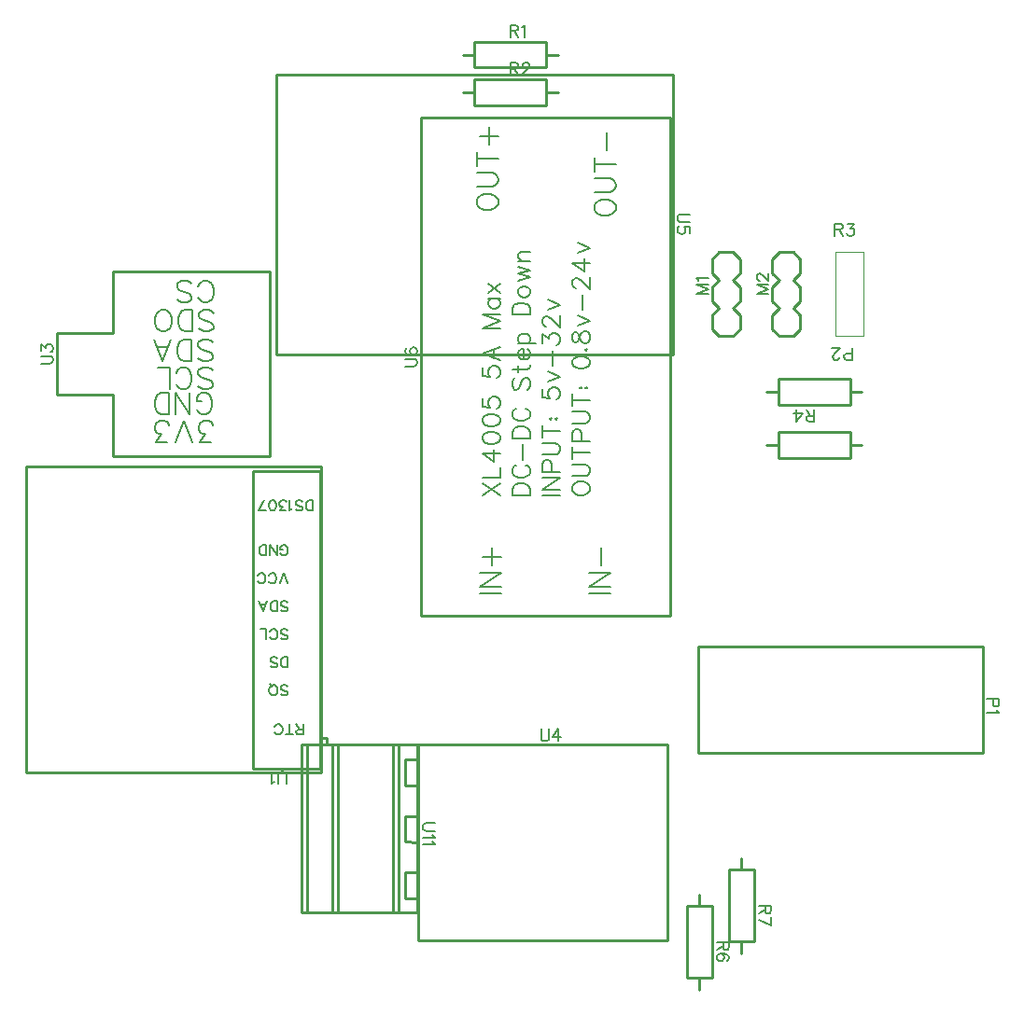
<source format=gto>
G04 Layer: TopSilkscreenLayer*
G04 EasyEDA v6.5.40, 2024-07-29 16:52:19*
G04 dde3050a7ee44abca438c5715634e7ed,10*
G04 Gerber Generator version 0.2*
G04 Scale: 100 percent, Rotated: No, Reflected: No *
G04 Dimensions in millimeters *
G04 leading zeros omitted , absolute positions ,4 integer and 5 decimal *
%FSLAX45Y45*%
%MOMM*%

%ADD10C,0.1524*%
%ADD11C,0.2032*%
%ADD12C,0.2540*%
%ADD13C,0.1200*%

%LPD*%
D10*
X1751584Y2120900D02*
G01*
X1860550Y2120900D01*
X1751584Y2120900D02*
G01*
X1860550Y2162555D01*
X1751584Y2203957D02*
G01*
X1860550Y2162555D01*
X1751584Y2203957D02*
G01*
X1860550Y2203957D01*
X1772412Y2238247D02*
G01*
X1767078Y2248662D01*
X1751584Y2264410D01*
X1860550Y2264410D01*
X2297684Y2120900D02*
G01*
X2406650Y2120900D01*
X2297684Y2120900D02*
G01*
X2406650Y2162555D01*
X2297684Y2203957D02*
G01*
X2406650Y2162555D01*
X2297684Y2203957D02*
G01*
X2406650Y2203957D01*
X2323591Y2243581D02*
G01*
X2318511Y2243581D01*
X2308097Y2248662D01*
X2302763Y2253995D01*
X2297684Y2264410D01*
X2297684Y2284984D01*
X2302763Y2295397D01*
X2308097Y2300731D01*
X2318511Y2305812D01*
X2328925Y2305812D01*
X2339340Y2300731D01*
X2354834Y2290318D01*
X2406650Y2238247D01*
X2406650Y2311145D01*
X4496815Y-1549400D02*
G01*
X4387850Y-1549400D01*
X4496815Y-1549400D02*
G01*
X4496815Y-1596136D01*
X4491736Y-1611629D01*
X4486402Y-1616963D01*
X4475988Y-1622044D01*
X4460493Y-1622044D01*
X4450079Y-1616963D01*
X4445000Y-1611629D01*
X4439665Y-1596136D01*
X4439665Y-1549400D01*
X4475988Y-1656334D02*
G01*
X4481322Y-1666747D01*
X4496815Y-1682495D01*
X4387850Y-1682495D01*
X3162300Y1522984D02*
G01*
X3162300Y1631950D01*
X3162300Y1522984D02*
G01*
X3115563Y1522984D01*
X3100070Y1528063D01*
X3094736Y1533397D01*
X3089656Y1543812D01*
X3089656Y1559305D01*
X3094736Y1569720D01*
X3100070Y1574800D01*
X3115563Y1580134D01*
X3162300Y1580134D01*
X3050031Y1548892D02*
G01*
X3050031Y1543812D01*
X3044952Y1533397D01*
X3039618Y1528063D01*
X3029204Y1522984D01*
X3008629Y1522984D01*
X2998215Y1528063D01*
X2992881Y1533397D01*
X2987802Y1543812D01*
X2987802Y1554226D01*
X2992881Y1564639D01*
X3003295Y1580134D01*
X3055365Y1631950D01*
X2982468Y1631950D01*
X63500Y4560315D02*
G01*
X63500Y4451350D01*
X63500Y4560315D02*
G01*
X110236Y4560315D01*
X125729Y4555236D01*
X131063Y4549902D01*
X136144Y4539487D01*
X136144Y4529073D01*
X131063Y4518660D01*
X125729Y4513579D01*
X110236Y4508500D01*
X63500Y4508500D01*
X99821Y4508500D02*
G01*
X136144Y4451350D01*
X170434Y4539487D02*
G01*
X180847Y4544821D01*
X196595Y4560315D01*
X196595Y4451350D01*
X63500Y4217415D02*
G01*
X63500Y4108450D01*
X63500Y4217415D02*
G01*
X110236Y4217415D01*
X125729Y4212336D01*
X131063Y4207002D01*
X136144Y4196587D01*
X136144Y4186173D01*
X131063Y4175760D01*
X125729Y4170679D01*
X110236Y4165600D01*
X63500Y4165600D01*
X99821Y4165600D02*
G01*
X136144Y4108450D01*
X175768Y4191507D02*
G01*
X175768Y4196587D01*
X180847Y4207002D01*
X186181Y4212336D01*
X196595Y4217415D01*
X217170Y4217415D01*
X227584Y4212336D01*
X232918Y4207002D01*
X237997Y4196587D01*
X237997Y4186173D01*
X232918Y4175760D01*
X222504Y4160265D01*
X170434Y4108450D01*
X243331Y4108450D01*
X3006725Y2757931D02*
G01*
X3006725Y2648965D01*
X3006725Y2757931D02*
G01*
X3053461Y2757931D01*
X3068954Y2752852D01*
X3074288Y2747518D01*
X3079368Y2737104D01*
X3079368Y2726689D01*
X3074288Y2716276D01*
X3068954Y2711195D01*
X3053461Y2706115D01*
X3006725Y2706115D01*
X3043047Y2706115D02*
G01*
X3079368Y2648965D01*
X3124072Y2757931D02*
G01*
X3181222Y2757931D01*
X3150234Y2716276D01*
X3165729Y2716276D01*
X3176143Y2711195D01*
X3181222Y2706115D01*
X3186556Y2690368D01*
X3186556Y2679954D01*
X3181222Y2664460D01*
X3170809Y2654045D01*
X3155315Y2648965D01*
X3139820Y2648965D01*
X3124072Y2654045D01*
X3118993Y2659126D01*
X3113659Y2669539D01*
X2819400Y964184D02*
G01*
X2819400Y1073150D01*
X2819400Y964184D02*
G01*
X2772663Y964184D01*
X2757170Y969263D01*
X2751836Y974597D01*
X2746756Y985012D01*
X2746756Y995426D01*
X2751836Y1005839D01*
X2757170Y1010920D01*
X2772663Y1016000D01*
X2819400Y1016000D01*
X2783077Y1016000D02*
G01*
X2746756Y1073150D01*
X2660395Y964184D02*
G01*
X2712465Y1036828D01*
X2634488Y1036828D01*
X2660395Y964184D02*
G01*
X2660395Y1073150D01*
X2045715Y-3759200D02*
G01*
X1936750Y-3759200D01*
X2045715Y-3759200D02*
G01*
X2045715Y-3805936D01*
X2040636Y-3821429D01*
X2035302Y-3826763D01*
X2024888Y-3831844D01*
X2014474Y-3831844D01*
X2004059Y-3826763D01*
X1998979Y-3821429D01*
X1993900Y-3805936D01*
X1993900Y-3759200D01*
X1993900Y-3795521D02*
G01*
X1936750Y-3831844D01*
X2030222Y-3928618D02*
G01*
X2040636Y-3923284D01*
X2045715Y-3907789D01*
X2045715Y-3897376D01*
X2040636Y-3881881D01*
X2024888Y-3871468D01*
X1998979Y-3866134D01*
X1973072Y-3866134D01*
X1952243Y-3871468D01*
X1941829Y-3881881D01*
X1936750Y-3897376D01*
X1936750Y-3902710D01*
X1941829Y-3918204D01*
X1952243Y-3928618D01*
X1967738Y-3933697D01*
X1973072Y-3933697D01*
X1988565Y-3928618D01*
X1998979Y-3918204D01*
X2004059Y-3902710D01*
X2004059Y-3897376D01*
X1998979Y-3881881D01*
X1988565Y-3871468D01*
X1973072Y-3866134D01*
X2426715Y-3429000D02*
G01*
X2317750Y-3429000D01*
X2426715Y-3429000D02*
G01*
X2426715Y-3475736D01*
X2421636Y-3491229D01*
X2416302Y-3496563D01*
X2405888Y-3501644D01*
X2395474Y-3501644D01*
X2385059Y-3496563D01*
X2379979Y-3491229D01*
X2374900Y-3475736D01*
X2374900Y-3429000D01*
X2374900Y-3465321D02*
G01*
X2317750Y-3501644D01*
X2426715Y-3608831D02*
G01*
X2317750Y-3556762D01*
X2426715Y-3535934D02*
G01*
X2426715Y-3608831D01*
X-1968500Y-2325115D02*
G01*
X-1968500Y-2247137D01*
X-1973579Y-2231644D01*
X-1983994Y-2221229D01*
X-1999742Y-2216150D01*
X-2010155Y-2216150D01*
X-2025650Y-2221229D01*
X-2036063Y-2231644D01*
X-2041144Y-2247137D01*
X-2041144Y-2325115D01*
X-2075434Y-2304287D02*
G01*
X-2085847Y-2309621D01*
X-2101595Y-2325115D01*
X-2101595Y-2216150D01*
D11*
X-1816100Y-1878837D02*
G01*
X-1816100Y-1783334D01*
X-1816100Y-1878837D02*
G01*
X-1856994Y-1878837D01*
X-1870710Y-1874265D01*
X-1875281Y-1869694D01*
X-1879854Y-1860804D01*
X-1879854Y-1851660D01*
X-1875281Y-1842515D01*
X-1870710Y-1837944D01*
X-1856994Y-1833371D01*
X-1816100Y-1833371D01*
X-1847850Y-1833371D02*
G01*
X-1879854Y-1783334D01*
X-1941576Y-1878837D02*
G01*
X-1941576Y-1783334D01*
X-1909826Y-1878837D02*
G01*
X-1973326Y-1878837D01*
X-2071623Y-1856231D02*
G01*
X-2067052Y-1865376D01*
X-2057907Y-1874265D01*
X-2048763Y-1878837D01*
X-2030729Y-1878837D01*
X-2021586Y-1874265D01*
X-2012442Y-1865376D01*
X-2007870Y-1856231D01*
X-2003297Y-1842515D01*
X-2003297Y-1819910D01*
X-2007870Y-1806194D01*
X-2012442Y-1797050D01*
X-2021586Y-1787905D01*
X-2030729Y-1783334D01*
X-2048763Y-1783334D01*
X-2057907Y-1787905D01*
X-2067052Y-1797050D01*
X-2071623Y-1806194D01*
X-1727200Y153162D02*
G01*
X-1727200Y248665D01*
X-1727200Y153162D02*
G01*
X-1758950Y153162D01*
X-1772665Y157734D01*
X-1781810Y166623D01*
X-1786381Y175768D01*
X-1790954Y189484D01*
X-1790954Y212089D01*
X-1786381Y225805D01*
X-1781810Y234950D01*
X-1772665Y244094D01*
X-1758950Y248665D01*
X-1727200Y248665D01*
X-1884426Y166623D02*
G01*
X-1875281Y157734D01*
X-1861820Y153162D01*
X-1843531Y153162D01*
X-1829815Y157734D01*
X-1820926Y166623D01*
X-1820926Y175768D01*
X-1825497Y184912D01*
X-1829815Y189484D01*
X-1838960Y194055D01*
X-1866392Y203200D01*
X-1875281Y207518D01*
X-1879854Y212089D01*
X-1884426Y221234D01*
X-1884426Y234950D01*
X-1875281Y244094D01*
X-1861820Y248665D01*
X-1843531Y248665D01*
X-1829815Y244094D01*
X-1820926Y234950D01*
X-1914397Y171195D02*
G01*
X-1923542Y166623D01*
X-1937257Y153162D01*
X-1937257Y248665D01*
X-1976373Y153162D02*
G01*
X-2026412Y153162D01*
X-1998979Y189484D01*
X-2012695Y189484D01*
X-2021839Y194055D01*
X-2026412Y198628D01*
X-2030729Y212089D01*
X-2030729Y221234D01*
X-2026412Y234950D01*
X-2017268Y244094D01*
X-2003552Y248665D01*
X-1989836Y248665D01*
X-1976373Y244094D01*
X-1971802Y239521D01*
X-1967229Y230378D01*
X-2088134Y153162D02*
G01*
X-2074418Y157734D01*
X-2065273Y171195D01*
X-2060955Y194055D01*
X-2060955Y207518D01*
X-2065273Y230378D01*
X-2074418Y244094D01*
X-2088134Y248665D01*
X-2097278Y248665D01*
X-2110739Y244094D01*
X-2119884Y230378D01*
X-2124455Y207518D01*
X-2124455Y194055D01*
X-2119884Y171195D01*
X-2110739Y157734D01*
X-2097278Y153162D01*
X-2088134Y153162D01*
X-2218181Y153162D02*
G01*
X-2172715Y248665D01*
X-2154428Y153162D02*
G01*
X-2218181Y153162D01*
X-2023871Y-230631D02*
G01*
X-2019554Y-239776D01*
X-2010410Y-248665D01*
X-2001265Y-253237D01*
X-1982978Y-253237D01*
X-1974087Y-248665D01*
X-1964944Y-239776D01*
X-1960371Y-230631D01*
X-1955800Y-216915D01*
X-1955800Y-194310D01*
X-1960371Y-180594D01*
X-1964944Y-171450D01*
X-1974087Y-162305D01*
X-1982978Y-157734D01*
X-2001265Y-157734D01*
X-2010410Y-162305D01*
X-2019554Y-171450D01*
X-2023871Y-180594D01*
X-2023871Y-194310D01*
X-2001265Y-194310D02*
G01*
X-2023871Y-194310D01*
X-2054097Y-253237D02*
G01*
X-2054097Y-157734D01*
X-2054097Y-253237D02*
G01*
X-2117597Y-157734D01*
X-2117597Y-253237D02*
G01*
X-2117597Y-157734D01*
X-2147570Y-253237D02*
G01*
X-2147570Y-157734D01*
X-2147570Y-253237D02*
G01*
X-2179320Y-253237D01*
X-2193036Y-248665D01*
X-2202179Y-239776D01*
X-2206752Y-230631D01*
X-2211323Y-216915D01*
X-2211323Y-194310D01*
X-2206752Y-180594D01*
X-2202179Y-171450D01*
X-2193036Y-162305D01*
X-2179320Y-157734D01*
X-2147570Y-157734D01*
X-1955800Y-507237D02*
G01*
X-1992121Y-411734D01*
X-2028444Y-507237D02*
G01*
X-1992121Y-411734D01*
X-2126742Y-484631D02*
G01*
X-2122170Y-493776D01*
X-2113026Y-502665D01*
X-2103881Y-507237D01*
X-2085847Y-507237D01*
X-2076704Y-502665D01*
X-2067560Y-493776D01*
X-2062987Y-484631D01*
X-2058415Y-470915D01*
X-2058415Y-448310D01*
X-2062987Y-434594D01*
X-2067560Y-425450D01*
X-2076704Y-416305D01*
X-2085847Y-411734D01*
X-2103881Y-411734D01*
X-2113026Y-416305D01*
X-2122170Y-425450D01*
X-2126742Y-434594D01*
X-2224786Y-484631D02*
G01*
X-2220468Y-493776D01*
X-2211323Y-502665D01*
X-2202179Y-507237D01*
X-2183892Y-507237D01*
X-2175002Y-502665D01*
X-2165857Y-493776D01*
X-2161286Y-484631D01*
X-2156713Y-470915D01*
X-2156713Y-448310D01*
X-2161286Y-434594D01*
X-2165857Y-425450D01*
X-2175002Y-416305D01*
X-2183892Y-411734D01*
X-2202179Y-411734D01*
X-2211323Y-416305D01*
X-2220468Y-425450D01*
X-2224786Y-434594D01*
X-2019554Y-747776D02*
G01*
X-2010410Y-756665D01*
X-1996694Y-761237D01*
X-1978405Y-761237D01*
X-1964944Y-756665D01*
X-1955800Y-747776D01*
X-1955800Y-738631D01*
X-1960371Y-729487D01*
X-1964944Y-724915D01*
X-1974087Y-720344D01*
X-2001265Y-711200D01*
X-2010410Y-706881D01*
X-2014981Y-702310D01*
X-2019554Y-693165D01*
X-2019554Y-679450D01*
X-2010410Y-670305D01*
X-1996694Y-665734D01*
X-1978405Y-665734D01*
X-1964944Y-670305D01*
X-1955800Y-679450D01*
X-2049526Y-761237D02*
G01*
X-2049526Y-665734D01*
X-2049526Y-761237D02*
G01*
X-2081276Y-761237D01*
X-2094992Y-756665D01*
X-2103881Y-747776D01*
X-2108454Y-738631D01*
X-2113026Y-724915D01*
X-2113026Y-702310D01*
X-2108454Y-688594D01*
X-2103881Y-679450D01*
X-2094992Y-670305D01*
X-2081276Y-665734D01*
X-2049526Y-665734D01*
X-2179320Y-761237D02*
G01*
X-2142997Y-665734D01*
X-2179320Y-761237D02*
G01*
X-2215895Y-665734D01*
X-2156713Y-697737D02*
G01*
X-2202179Y-697737D01*
X-2019554Y-1001776D02*
G01*
X-2010410Y-1010665D01*
X-1996694Y-1015237D01*
X-1978405Y-1015237D01*
X-1964944Y-1010665D01*
X-1955800Y-1001776D01*
X-1955800Y-992631D01*
X-1960371Y-983487D01*
X-1964944Y-978915D01*
X-1974087Y-974344D01*
X-2001265Y-965200D01*
X-2010410Y-960881D01*
X-2014981Y-956310D01*
X-2019554Y-947165D01*
X-2019554Y-933450D01*
X-2010410Y-924305D01*
X-1996694Y-919734D01*
X-1978405Y-919734D01*
X-1964944Y-924305D01*
X-1955800Y-933450D01*
X-2117597Y-992631D02*
G01*
X-2113026Y-1001776D01*
X-2103881Y-1010665D01*
X-2094992Y-1015237D01*
X-2076704Y-1015237D01*
X-2067560Y-1010665D01*
X-2058415Y-1001776D01*
X-2054097Y-992631D01*
X-2049526Y-978915D01*
X-2049526Y-956310D01*
X-2054097Y-942594D01*
X-2058415Y-933450D01*
X-2067560Y-924305D01*
X-2076704Y-919734D01*
X-2094992Y-919734D01*
X-2103881Y-924305D01*
X-2113026Y-933450D01*
X-2117597Y-942594D01*
X-2147570Y-1015237D02*
G01*
X-2147570Y-919734D01*
X-2147570Y-919734D02*
G01*
X-2202179Y-919734D01*
X-1955800Y-1269237D02*
G01*
X-1955800Y-1173734D01*
X-1955800Y-1269237D02*
G01*
X-1987550Y-1269237D01*
X-2001265Y-1264665D01*
X-2010410Y-1255776D01*
X-2014981Y-1246631D01*
X-2019554Y-1232915D01*
X-2019554Y-1210310D01*
X-2014981Y-1196594D01*
X-2010410Y-1187450D01*
X-2001265Y-1178305D01*
X-1987550Y-1173734D01*
X-1955800Y-1173734D01*
X-2113026Y-1255776D02*
G01*
X-2103881Y-1264665D01*
X-2090420Y-1269237D01*
X-2072131Y-1269237D01*
X-2058415Y-1264665D01*
X-2049526Y-1255776D01*
X-2049526Y-1246631D01*
X-2054097Y-1237487D01*
X-2058415Y-1232915D01*
X-2067560Y-1228344D01*
X-2094992Y-1219200D01*
X-2103881Y-1214881D01*
X-2108454Y-1210310D01*
X-2113026Y-1201165D01*
X-2113026Y-1187450D01*
X-2103881Y-1178305D01*
X-2090420Y-1173734D01*
X-2072131Y-1173734D01*
X-2058415Y-1178305D01*
X-2049526Y-1187450D01*
X-2019554Y-1509776D02*
G01*
X-2010410Y-1518665D01*
X-1996694Y-1523237D01*
X-1978405Y-1523237D01*
X-1964944Y-1518665D01*
X-1955800Y-1509776D01*
X-1955800Y-1500631D01*
X-1960371Y-1491487D01*
X-1964944Y-1486915D01*
X-1974087Y-1482344D01*
X-2001265Y-1473200D01*
X-2010410Y-1468881D01*
X-2014981Y-1464310D01*
X-2019554Y-1455165D01*
X-2019554Y-1441450D01*
X-2010410Y-1432305D01*
X-1996694Y-1427734D01*
X-1978405Y-1427734D01*
X-1964944Y-1432305D01*
X-1955800Y-1441450D01*
X-2076704Y-1523237D02*
G01*
X-2067560Y-1518665D01*
X-2058415Y-1509776D01*
X-2054097Y-1500631D01*
X-2049526Y-1486915D01*
X-2049526Y-1464310D01*
X-2054097Y-1450594D01*
X-2058415Y-1441450D01*
X-2067560Y-1432305D01*
X-2076704Y-1427734D01*
X-2094992Y-1427734D01*
X-2103881Y-1432305D01*
X-2113026Y-1441450D01*
X-2117597Y-1450594D01*
X-2122170Y-1464310D01*
X-2122170Y-1486915D01*
X-2117597Y-1500631D01*
X-2113026Y-1509776D01*
X-2103881Y-1518665D01*
X-2094992Y-1523237D01*
X-2076704Y-1523237D01*
X-2090420Y-1446021D02*
G01*
X-2117597Y-1418844D01*
D10*
X-4192015Y1485900D02*
G01*
X-4114037Y1485900D01*
X-4098544Y1490979D01*
X-4088129Y1501394D01*
X-4083050Y1517142D01*
X-4083050Y1527555D01*
X-4088129Y1543050D01*
X-4098544Y1553463D01*
X-4114037Y1558544D01*
X-4192015Y1558544D01*
X-4192015Y1603247D02*
G01*
X-4192015Y1660397D01*
X-4150360Y1629410D01*
X-4150360Y1644904D01*
X-4145279Y1655318D01*
X-4140200Y1660397D01*
X-4124452Y1665731D01*
X-4114037Y1665731D01*
X-4098544Y1660397D01*
X-4088129Y1649984D01*
X-4083050Y1634489D01*
X-4083050Y1618995D01*
X-4088129Y1603247D01*
X-4093210Y1598168D01*
X-4103623Y1592834D01*
D11*
X-2758186Y1809242D02*
G01*
X-2739644Y1790700D01*
X-2711957Y1781555D01*
X-2675128Y1781555D01*
X-2647442Y1790700D01*
X-2628900Y1809242D01*
X-2628900Y1827529D01*
X-2638044Y1846071D01*
X-2647442Y1855470D01*
X-2665729Y1864613D01*
X-2721355Y1883155D01*
X-2739644Y1892300D01*
X-2749042Y1901444D01*
X-2758186Y1919986D01*
X-2758186Y1947671D01*
X-2739644Y1966213D01*
X-2711957Y1975357D01*
X-2675128Y1975357D01*
X-2647442Y1966213D01*
X-2628900Y1947671D01*
X-2819145Y1781555D02*
G01*
X-2819145Y1975357D01*
X-2819145Y1781555D02*
G01*
X-2883915Y1781555D01*
X-2911602Y1790700D01*
X-2929889Y1809242D01*
X-2939287Y1827529D01*
X-2948431Y1855470D01*
X-2948431Y1901444D01*
X-2939287Y1929129D01*
X-2929889Y1947671D01*
X-2911602Y1966213D01*
X-2883915Y1975357D01*
X-2819145Y1975357D01*
X-3064763Y1781555D02*
G01*
X-3046476Y1790700D01*
X-3027934Y1809242D01*
X-3018789Y1827529D01*
X-3009392Y1855470D01*
X-3009392Y1901444D01*
X-3018789Y1929129D01*
X-3027934Y1947671D01*
X-3046476Y1966213D01*
X-3064763Y1975357D01*
X-3101847Y1975357D01*
X-3120389Y1966213D01*
X-3138678Y1947671D01*
X-3148076Y1929129D01*
X-3157220Y1901444D01*
X-3157220Y1855470D01*
X-3148076Y1827529D01*
X-3138678Y1809242D01*
X-3120389Y1790700D01*
X-3101847Y1781555D01*
X-3064763Y1781555D01*
X-2765552Y2090673D02*
G01*
X-2756407Y2072386D01*
X-2737865Y2053844D01*
X-2719578Y2044700D01*
X-2682494Y2044700D01*
X-2663952Y2053844D01*
X-2645663Y2072386D01*
X-2636265Y2090673D01*
X-2627121Y2118613D01*
X-2627121Y2164587D01*
X-2636265Y2192273D01*
X-2645663Y2210815D01*
X-2663952Y2229357D01*
X-2682494Y2238502D01*
X-2719578Y2238502D01*
X-2737865Y2229357D01*
X-2756407Y2210815D01*
X-2765552Y2192273D01*
X-2956052Y2072386D02*
G01*
X-2937510Y2053844D01*
X-2909823Y2044700D01*
X-2872739Y2044700D01*
X-2845054Y2053844D01*
X-2826512Y2072386D01*
X-2826512Y2090673D01*
X-2835910Y2109215D01*
X-2845054Y2118613D01*
X-2863595Y2127757D01*
X-2918968Y2146300D01*
X-2937510Y2155444D01*
X-2946654Y2164587D01*
X-2956052Y2183129D01*
X-2956052Y2210815D01*
X-2937510Y2229357D01*
X-2909823Y2238502D01*
X-2872739Y2238502D01*
X-2845054Y2229357D01*
X-2826512Y2210815D01*
X-2765552Y1538986D02*
G01*
X-2747010Y1520444D01*
X-2719323Y1511300D01*
X-2682494Y1511300D01*
X-2654807Y1520444D01*
X-2636265Y1538986D01*
X-2636265Y1557273D01*
X-2645410Y1575815D01*
X-2654807Y1585213D01*
X-2673095Y1594357D01*
X-2728721Y1612900D01*
X-2747010Y1622044D01*
X-2756407Y1631187D01*
X-2765552Y1649729D01*
X-2765552Y1677415D01*
X-2747010Y1695957D01*
X-2719323Y1705102D01*
X-2682494Y1705102D01*
X-2654807Y1695957D01*
X-2636265Y1677415D01*
X-2826512Y1511300D02*
G01*
X-2826512Y1705102D01*
X-2826512Y1511300D02*
G01*
X-2891281Y1511300D01*
X-2918968Y1520444D01*
X-2937255Y1538986D01*
X-2946654Y1557273D01*
X-2955797Y1585213D01*
X-2955797Y1631187D01*
X-2946654Y1658873D01*
X-2937255Y1677415D01*
X-2918968Y1695957D01*
X-2891281Y1705102D01*
X-2826512Y1705102D01*
X-3090671Y1511300D02*
G01*
X-3016757Y1705102D01*
X-3090671Y1511300D02*
G01*
X-3164586Y1705102D01*
X-3044444Y1640586D02*
G01*
X-3136900Y1640586D01*
X-2765552Y1284986D02*
G01*
X-2747010Y1266444D01*
X-2719323Y1257300D01*
X-2682494Y1257300D01*
X-2654807Y1266444D01*
X-2636265Y1284986D01*
X-2636265Y1303273D01*
X-2645410Y1321815D01*
X-2654807Y1331213D01*
X-2673095Y1340357D01*
X-2728721Y1358900D01*
X-2747010Y1368044D01*
X-2756407Y1377187D01*
X-2765552Y1395729D01*
X-2765552Y1423415D01*
X-2747010Y1441957D01*
X-2719323Y1451102D01*
X-2682494Y1451102D01*
X-2654807Y1441957D01*
X-2636265Y1423415D01*
X-2965195Y1303273D02*
G01*
X-2955797Y1284986D01*
X-2937255Y1266444D01*
X-2918968Y1257300D01*
X-2881884Y1257300D01*
X-2863595Y1266444D01*
X-2845054Y1284986D01*
X-2835655Y1303273D01*
X-2826512Y1331213D01*
X-2826512Y1377187D01*
X-2835655Y1404873D01*
X-2845054Y1423415D01*
X-2863595Y1441957D01*
X-2881884Y1451102D01*
X-2918968Y1451102D01*
X-2937255Y1441957D01*
X-2955797Y1423415D01*
X-2965195Y1404873D01*
X-3026155Y1257300D02*
G01*
X-3026155Y1451102D01*
X-3026155Y1451102D02*
G01*
X-3136900Y1451102D01*
X-2781554Y1074673D02*
G01*
X-2772410Y1056386D01*
X-2753868Y1037844D01*
X-2735579Y1028700D01*
X-2698495Y1028700D01*
X-2679954Y1037844D01*
X-2661665Y1056386D01*
X-2652268Y1074673D01*
X-2643123Y1102613D01*
X-2643123Y1148587D01*
X-2652268Y1176273D01*
X-2661665Y1194815D01*
X-2679954Y1213357D01*
X-2698495Y1222502D01*
X-2735579Y1222502D01*
X-2753868Y1213357D01*
X-2772410Y1194815D01*
X-2781554Y1176273D01*
X-2781554Y1148587D01*
X-2735579Y1148587D02*
G01*
X-2781554Y1148587D01*
X-2842513Y1028700D02*
G01*
X-2842513Y1222502D01*
X-2842513Y1028700D02*
G01*
X-2972054Y1222502D01*
X-2972054Y1028700D02*
G01*
X-2972054Y1222502D01*
X-3033013Y1028700D02*
G01*
X-3033013Y1222502D01*
X-3033013Y1028700D02*
G01*
X-3097529Y1028700D01*
X-3125215Y1037844D01*
X-3143757Y1056386D01*
X-3152902Y1074673D01*
X-3162300Y1102613D01*
X-3162300Y1148587D01*
X-3152902Y1176273D01*
X-3143757Y1194815D01*
X-3125215Y1213357D01*
X-3097529Y1222502D01*
X-3033013Y1222502D01*
X-2652521Y774700D02*
G01*
X-2754121Y774700D01*
X-2698750Y848613D01*
X-2726436Y848613D01*
X-2744723Y857757D01*
X-2754121Y866902D01*
X-2763265Y894587D01*
X-2763265Y913129D01*
X-2754121Y940815D01*
X-2735579Y959357D01*
X-2707894Y968502D01*
X-2680207Y968502D01*
X-2652521Y959357D01*
X-2643123Y950213D01*
X-2633979Y931671D01*
X-2824226Y774700D02*
G01*
X-2898139Y968502D01*
X-2972054Y774700D02*
G01*
X-2898139Y968502D01*
X-3051555Y774700D02*
G01*
X-3153155Y774700D01*
X-3097529Y848613D01*
X-3125470Y848613D01*
X-3143757Y857757D01*
X-3153155Y866902D01*
X-3162300Y894587D01*
X-3162300Y913129D01*
X-3153155Y940815D01*
X-3134613Y959357D01*
X-3106928Y968502D01*
X-3079242Y968502D01*
X-3051555Y959357D01*
X-3042157Y950213D01*
X-3033013Y931671D01*
D10*
X342900Y-1827784D02*
G01*
X342900Y-1905762D01*
X347979Y-1921255D01*
X358394Y-1931670D01*
X374142Y-1936750D01*
X384555Y-1936750D01*
X400050Y-1931670D01*
X410463Y-1921255D01*
X415544Y-1905762D01*
X415544Y-1827784D01*
X501904Y-1827784D02*
G01*
X449834Y-1900428D01*
X527812Y-1900428D01*
X501904Y-1827784D02*
G01*
X501904Y-1936750D01*
X1690115Y2844800D02*
G01*
X1612137Y2844800D01*
X1596644Y2839720D01*
X1586229Y2829305D01*
X1581150Y2813557D01*
X1581150Y2803144D01*
X1586229Y2787650D01*
X1596644Y2777236D01*
X1612137Y2772155D01*
X1690115Y2772155D01*
X1690115Y2675381D02*
G01*
X1690115Y2727452D01*
X1643379Y2732531D01*
X1648460Y2727452D01*
X1653794Y2711704D01*
X1653794Y2696210D01*
X1648460Y2680715D01*
X1638300Y2670302D01*
X1622552Y2664968D01*
X1612137Y2664968D01*
X1596644Y2670302D01*
X1586229Y2680715D01*
X1581150Y2696210D01*
X1581150Y2711704D01*
X1586229Y2727452D01*
X1591310Y2732531D01*
X1601723Y2737865D01*
X-890015Y1460500D02*
G01*
X-812037Y1460500D01*
X-796544Y1465579D01*
X-786129Y1475994D01*
X-781050Y1491742D01*
X-781050Y1502155D01*
X-786129Y1517650D01*
X-796544Y1528063D01*
X-812037Y1533144D01*
X-890015Y1533144D01*
X-874521Y1629918D02*
G01*
X-884936Y1624584D01*
X-890015Y1609089D01*
X-890015Y1598676D01*
X-884936Y1583181D01*
X-869187Y1572768D01*
X-843279Y1567434D01*
X-817371Y1567434D01*
X-796544Y1572768D01*
X-786129Y1583181D01*
X-781050Y1598676D01*
X-781050Y1604010D01*
X-786129Y1619504D01*
X-796544Y1629918D01*
X-812037Y1634997D01*
X-817371Y1634997D01*
X-832865Y1629918D01*
X-843279Y1619504D01*
X-848360Y1604010D01*
X-848360Y1598676D01*
X-843279Y1583181D01*
X-832865Y1572768D01*
X-817371Y1567434D01*
D11*
X-190500Y292100D02*
G01*
X-28194Y400304D01*
X-190500Y400304D02*
G01*
X-28194Y292100D01*
X-190500Y451357D02*
G01*
X-28194Y451357D01*
X-28194Y451357D02*
G01*
X-28194Y544068D01*
X-190500Y672337D02*
G01*
X-82295Y595121D01*
X-82295Y710945D01*
X-190500Y672337D02*
G01*
X-28194Y672337D01*
X-190500Y808228D02*
G01*
X-182879Y785113D01*
X-159512Y769620D01*
X-120904Y762000D01*
X-97789Y762000D01*
X-59181Y769620D01*
X-36068Y785113D01*
X-28194Y808228D01*
X-28194Y823721D01*
X-36068Y846836D01*
X-59181Y862329D01*
X-97789Y870204D01*
X-120904Y870204D01*
X-159512Y862329D01*
X-182879Y846836D01*
X-190500Y823721D01*
X-190500Y808228D01*
X-190500Y967486D02*
G01*
X-182879Y944371D01*
X-159512Y928878D01*
X-120904Y921004D01*
X-97789Y921004D01*
X-59181Y928878D01*
X-36068Y944371D01*
X-28194Y967486D01*
X-28194Y982979D01*
X-36068Y1006094D01*
X-59181Y1021587D01*
X-97789Y1029207D01*
X-120904Y1029207D01*
X-159512Y1021587D01*
X-182879Y1006094D01*
X-190500Y982979D01*
X-190500Y967486D01*
X-190500Y1172971D02*
G01*
X-190500Y1095755D01*
X-120904Y1087881D01*
X-128778Y1095755D01*
X-136397Y1118870D01*
X-136397Y1141984D01*
X-128778Y1165352D01*
X-113284Y1180845D01*
X-90170Y1188465D01*
X-74676Y1188465D01*
X-51307Y1180845D01*
X-36068Y1165352D01*
X-28194Y1141984D01*
X-28194Y1118870D01*
X-36068Y1095755D01*
X-43687Y1087881D01*
X-59181Y1080262D01*
X-190500Y1451102D02*
G01*
X-190500Y1373886D01*
X-120904Y1366265D01*
X-128778Y1373886D01*
X-136397Y1397000D01*
X-136397Y1420368D01*
X-128778Y1443481D01*
X-113284Y1458976D01*
X-90170Y1466595D01*
X-74676Y1466595D01*
X-51307Y1458976D01*
X-36068Y1443481D01*
X-28194Y1420368D01*
X-28194Y1397000D01*
X-36068Y1373886D01*
X-43687Y1366265D01*
X-59181Y1358392D01*
X-190500Y1579371D02*
G01*
X-28194Y1517650D01*
X-190500Y1579371D02*
G01*
X-28194Y1641347D01*
X-82295Y1540763D02*
G01*
X-82295Y1617979D01*
X-190500Y1811273D02*
G01*
X-28194Y1811273D01*
X-190500Y1811273D02*
G01*
X-28194Y1872995D01*
X-190500Y1934971D02*
G01*
X-28194Y1872995D01*
X-190500Y1934971D02*
G01*
X-28194Y1934971D01*
X-136397Y2078736D02*
G01*
X-28194Y2078736D01*
X-113284Y2078736D02*
G01*
X-128778Y2063242D01*
X-136397Y2047747D01*
X-136397Y2024634D01*
X-128778Y2009139D01*
X-113284Y1993645D01*
X-90170Y1986026D01*
X-74676Y1986026D01*
X-51307Y1993645D01*
X-36068Y2009139D01*
X-28194Y2024634D01*
X-28194Y2047747D01*
X-36068Y2063242D01*
X-51307Y2078736D01*
X-136397Y2129536D02*
G01*
X-28194Y2214626D01*
X-136397Y2214626D02*
G01*
X-28194Y2129536D01*
X81026Y292100D02*
G01*
X243331Y292100D01*
X81026Y292100D02*
G01*
X81026Y346202D01*
X88900Y369315D01*
X104139Y384810D01*
X119634Y392429D01*
X143002Y400304D01*
X181610Y400304D01*
X204723Y392429D01*
X220218Y384810D01*
X235712Y369315D01*
X243331Y346202D01*
X243331Y292100D01*
X119634Y567181D02*
G01*
X104139Y559562D01*
X88900Y544068D01*
X81026Y528573D01*
X81026Y497586D01*
X88900Y482092D01*
X104139Y466852D01*
X119634Y458978D01*
X143002Y451357D01*
X181610Y451357D01*
X204723Y458978D01*
X220218Y466852D01*
X235712Y482092D01*
X243331Y497586D01*
X243331Y528573D01*
X235712Y544068D01*
X220218Y559562D01*
X204723Y567181D01*
X173736Y618236D02*
G01*
X173736Y757173D01*
X81026Y808228D02*
G01*
X243331Y808228D01*
X81026Y808228D02*
G01*
X81026Y862329D01*
X88900Y885444D01*
X104139Y900937D01*
X119634Y908812D01*
X143002Y916431D01*
X181610Y916431D01*
X204723Y908812D01*
X220218Y900937D01*
X235712Y885444D01*
X243331Y862329D01*
X243331Y808228D01*
X119634Y1083310D02*
G01*
X104139Y1075689D01*
X88900Y1060195D01*
X81026Y1044702D01*
X81026Y1013713D01*
X88900Y998473D01*
X104139Y982979D01*
X119634Y975105D01*
X143002Y967486D01*
X181610Y967486D01*
X204723Y975105D01*
X220218Y982979D01*
X235712Y998473D01*
X243331Y1013713D01*
X243331Y1044702D01*
X235712Y1060195D01*
X220218Y1075689D01*
X204723Y1083310D01*
X104139Y1361439D02*
G01*
X88900Y1346200D01*
X81026Y1322831D01*
X81026Y1292097D01*
X88900Y1268729D01*
X104139Y1253489D01*
X119634Y1253489D01*
X135128Y1261110D01*
X143002Y1268729D01*
X150621Y1284223D01*
X166115Y1330705D01*
X173736Y1346200D01*
X181610Y1353820D01*
X197104Y1361439D01*
X220218Y1361439D01*
X235712Y1346200D01*
X243331Y1322831D01*
X243331Y1292097D01*
X235712Y1268729D01*
X220218Y1253489D01*
X81026Y1435607D02*
G01*
X212344Y1435607D01*
X235712Y1443481D01*
X243331Y1458976D01*
X243331Y1474470D01*
X135128Y1412494D02*
G01*
X135128Y1466595D01*
X181610Y1525270D02*
G01*
X181610Y1617979D01*
X166115Y1617979D01*
X150621Y1610360D01*
X143002Y1602739D01*
X135128Y1587245D01*
X135128Y1564131D01*
X143002Y1548637D01*
X158242Y1533144D01*
X181610Y1525270D01*
X197104Y1525270D01*
X220218Y1533144D01*
X235712Y1548637D01*
X243331Y1564131D01*
X243331Y1587245D01*
X235712Y1602739D01*
X220218Y1617979D01*
X135128Y1669034D02*
G01*
X297434Y1669034D01*
X158242Y1669034D02*
G01*
X143002Y1684528D01*
X135128Y1700021D01*
X135128Y1723136D01*
X143002Y1738629D01*
X158242Y1754123D01*
X181610Y1761744D01*
X197104Y1761744D01*
X220218Y1754123D01*
X235712Y1738629D01*
X243331Y1723136D01*
X243331Y1700021D01*
X235712Y1684528D01*
X220218Y1669034D01*
X81026Y1931923D02*
G01*
X243331Y1931923D01*
X81026Y1931923D02*
G01*
X81026Y1986026D01*
X88900Y2009139D01*
X104139Y2024634D01*
X119634Y2032254D01*
X143002Y2040128D01*
X181610Y2040128D01*
X204723Y2032254D01*
X220218Y2024634D01*
X235712Y2009139D01*
X243331Y1986026D01*
X243331Y1931923D01*
X135128Y2129536D02*
G01*
X143002Y2114295D01*
X158242Y2098802D01*
X181610Y2090928D01*
X197104Y2090928D01*
X220218Y2098802D01*
X235712Y2114295D01*
X243331Y2129536D01*
X243331Y2152904D01*
X235712Y2168397D01*
X220218Y2183637D01*
X197104Y2191512D01*
X181610Y2191512D01*
X158242Y2183637D01*
X143002Y2168397D01*
X135128Y2152904D01*
X135128Y2129536D01*
X135128Y2242565D02*
G01*
X243331Y2273300D01*
X135128Y2304287D02*
G01*
X243331Y2273300D01*
X135128Y2304287D02*
G01*
X243331Y2335276D01*
X135128Y2366010D02*
G01*
X243331Y2335276D01*
X135128Y2417063D02*
G01*
X243331Y2417063D01*
X166115Y2417063D02*
G01*
X143002Y2440178D01*
X135128Y2455671D01*
X135128Y2479039D01*
X143002Y2494279D01*
X166115Y2502154D01*
X243331Y2502154D01*
X352805Y292100D02*
G01*
X514857Y292100D01*
X352805Y343154D02*
G01*
X514857Y343154D01*
X352805Y343154D02*
G01*
X514857Y451357D01*
X352805Y451357D02*
G01*
X514857Y451357D01*
X352805Y502157D02*
G01*
X514857Y502157D01*
X352805Y502157D02*
G01*
X352805Y571754D01*
X360426Y595121D01*
X368045Y602742D01*
X383539Y610362D01*
X406654Y610362D01*
X422147Y602742D01*
X430021Y595121D01*
X437642Y571754D01*
X437642Y502157D01*
X352805Y661415D02*
G01*
X468629Y661415D01*
X491744Y669289D01*
X507237Y684529D01*
X514857Y707897D01*
X514857Y723392D01*
X507237Y746505D01*
X491744Y762000D01*
X468629Y769620D01*
X352805Y769620D01*
X352805Y874776D02*
G01*
X514857Y874776D01*
X352805Y820673D02*
G01*
X352805Y928878D01*
X422147Y987552D02*
G01*
X430021Y979931D01*
X437642Y987552D01*
X430021Y995171D01*
X422147Y987552D01*
X476250Y987552D02*
G01*
X484123Y979931D01*
X491744Y987552D01*
X484123Y995171D01*
X476250Y987552D01*
X352805Y1258062D02*
G01*
X352805Y1180845D01*
X422147Y1172971D01*
X414528Y1180845D01*
X406654Y1203960D01*
X406654Y1227073D01*
X414528Y1250187D01*
X430021Y1265681D01*
X453136Y1273555D01*
X468629Y1273555D01*
X491744Y1265681D01*
X507237Y1250187D01*
X514857Y1227073D01*
X514857Y1203960D01*
X507237Y1180845D01*
X499618Y1172971D01*
X484123Y1165352D01*
X406654Y1324355D02*
G01*
X514857Y1370837D01*
X406654Y1417065D02*
G01*
X514857Y1370837D01*
X445515Y1468120D02*
G01*
X445515Y1607312D01*
X352805Y1673860D02*
G01*
X352805Y1758695D01*
X414528Y1712468D01*
X414528Y1735581D01*
X422147Y1751076D01*
X430021Y1758695D01*
X453136Y1766570D01*
X468629Y1766570D01*
X491744Y1758695D01*
X507237Y1743202D01*
X514857Y1720087D01*
X514857Y1696973D01*
X507237Y1673860D01*
X499618Y1665986D01*
X484123Y1658365D01*
X391413Y1825244D02*
G01*
X383539Y1825244D01*
X368045Y1832863D01*
X360426Y1840737D01*
X352805Y1855978D01*
X352805Y1886965D01*
X360426Y1902460D01*
X368045Y1910079D01*
X383539Y1917954D01*
X399034Y1917954D01*
X414528Y1910079D01*
X437642Y1894839D01*
X514857Y1817370D01*
X514857Y1925573D01*
X406654Y1976628D02*
G01*
X514857Y2023110D01*
X406654Y2069337D02*
G01*
X514857Y2023110D01*
X624331Y338581D02*
G01*
X631952Y323087D01*
X647445Y307594D01*
X662939Y299720D01*
X686054Y292100D01*
X724662Y292100D01*
X748029Y299720D01*
X763270Y307594D01*
X778763Y323087D01*
X786637Y338581D01*
X786637Y369315D01*
X778763Y384810D01*
X763270Y400304D01*
X748029Y407923D01*
X724662Y415797D01*
X686054Y415797D01*
X662939Y407923D01*
X647445Y400304D01*
X631952Y384810D01*
X624331Y369315D01*
X624331Y338581D01*
X624331Y466852D02*
G01*
X740155Y466852D01*
X763270Y474471D01*
X778763Y489965D01*
X786637Y513079D01*
X786637Y528573D01*
X778763Y551687D01*
X763270Y567181D01*
X740155Y574802D01*
X624331Y574802D01*
X624331Y679957D02*
G01*
X786637Y679957D01*
X624331Y625855D02*
G01*
X624331Y734060D01*
X624331Y785113D02*
G01*
X786637Y785113D01*
X624331Y785113D02*
G01*
X624331Y854710D01*
X631952Y877823D01*
X639826Y885444D01*
X655065Y893318D01*
X678434Y893318D01*
X693928Y885444D01*
X701547Y877823D01*
X709168Y854710D01*
X709168Y785113D01*
X624331Y944371D02*
G01*
X740155Y944371D01*
X763270Y951992D01*
X778763Y967486D01*
X786637Y990600D01*
X786637Y1006094D01*
X778763Y1029207D01*
X763270Y1044702D01*
X740155Y1052576D01*
X624331Y1052576D01*
X624331Y1157478D02*
G01*
X786637Y1157478D01*
X624331Y1103376D02*
G01*
X624331Y1211579D01*
X693928Y1270254D02*
G01*
X701547Y1262634D01*
X709168Y1270254D01*
X701547Y1278128D01*
X693928Y1270254D01*
X748029Y1270254D02*
G01*
X755650Y1262634D01*
X763270Y1270254D01*
X755650Y1278128D01*
X748029Y1270254D01*
X624331Y1494536D02*
G01*
X631952Y1471168D01*
X655065Y1455928D01*
X693928Y1448054D01*
X717042Y1448054D01*
X755650Y1455928D01*
X778763Y1471168D01*
X786637Y1494536D01*
X786637Y1510029D01*
X778763Y1533144D01*
X755650Y1548637D01*
X717042Y1556257D01*
X693928Y1556257D01*
X655065Y1548637D01*
X631952Y1533144D01*
X624331Y1510029D01*
X624331Y1494536D01*
X748029Y1614931D02*
G01*
X755650Y1607312D01*
X763270Y1614931D01*
X755650Y1622805D01*
X748029Y1614931D01*
X624331Y1712468D02*
G01*
X631952Y1689100D01*
X647445Y1681479D01*
X662939Y1681479D01*
X678434Y1689100D01*
X686054Y1704594D01*
X693928Y1735581D01*
X701547Y1758695D01*
X717042Y1774189D01*
X732536Y1781810D01*
X755650Y1781810D01*
X771144Y1774189D01*
X778763Y1766570D01*
X786637Y1743202D01*
X786637Y1712468D01*
X778763Y1689100D01*
X771144Y1681479D01*
X755650Y1673860D01*
X732536Y1673860D01*
X717042Y1681479D01*
X701547Y1696973D01*
X693928Y1720087D01*
X686054Y1751076D01*
X678434Y1766570D01*
X662939Y1774189D01*
X647445Y1774189D01*
X631952Y1766570D01*
X624331Y1743202D01*
X624331Y1712468D01*
X678434Y1832863D02*
G01*
X786637Y1879345D01*
X678434Y1925573D02*
G01*
X786637Y1879345D01*
X717042Y1976628D02*
G01*
X717042Y2115820D01*
X662939Y2174494D02*
G01*
X655065Y2174494D01*
X639826Y2182113D01*
X631952Y2189987D01*
X624331Y2205481D01*
X624331Y2236215D01*
X631952Y2251710D01*
X639826Y2259584D01*
X655065Y2267204D01*
X670560Y2267204D01*
X686054Y2259584D01*
X709168Y2244089D01*
X786637Y2166620D01*
X786637Y2274823D01*
X624331Y2403094D02*
G01*
X732536Y2325878D01*
X732536Y2441702D01*
X624331Y2403094D02*
G01*
X786637Y2403094D01*
X678434Y2492755D02*
G01*
X786637Y2539237D01*
X678434Y2585465D02*
G01*
X786637Y2539237D01*
X-241297Y2938271D02*
G01*
X-232153Y2919729D01*
X-213611Y2901442D01*
X-195323Y2892044D01*
X-167383Y2882900D01*
X-121409Y2882900D01*
X-93723Y2892044D01*
X-75181Y2901442D01*
X-56639Y2919729D01*
X-47495Y2938271D01*
X-47495Y2975355D01*
X-56639Y2993644D01*
X-75181Y3012186D01*
X-93723Y3021329D01*
X-121409Y3030728D01*
X-167383Y3030728D01*
X-195323Y3021329D01*
X-213611Y3012186D01*
X-232153Y2993644D01*
X-241297Y2975355D01*
X-241297Y2938271D01*
X-241297Y3091687D02*
G01*
X-102867Y3091687D01*
X-75181Y3100831D01*
X-56639Y3119373D01*
X-47495Y3147060D01*
X-47495Y3165602D01*
X-56639Y3193287D01*
X-75181Y3211829D01*
X-102867Y3220973D01*
X-241297Y3220973D01*
X-241297Y3346450D02*
G01*
X-47495Y3346450D01*
X-241297Y3281934D02*
G01*
X-241297Y3411220D01*
X-213611Y3555237D02*
G01*
X-47495Y3555237D01*
X-130553Y3472179D02*
G01*
X-130553Y3638550D01*
X825502Y2887471D02*
G01*
X834646Y2868929D01*
X853188Y2850642D01*
X871476Y2841244D01*
X899416Y2832100D01*
X945390Y2832100D01*
X973076Y2841244D01*
X991618Y2850642D01*
X1010160Y2868929D01*
X1019304Y2887471D01*
X1019304Y2924555D01*
X1010160Y2942844D01*
X991618Y2961386D01*
X973076Y2970529D01*
X945390Y2979928D01*
X899416Y2979928D01*
X871476Y2970529D01*
X853188Y2961386D01*
X834646Y2942844D01*
X825502Y2924555D01*
X825502Y2887471D01*
X825502Y3040887D02*
G01*
X963932Y3040887D01*
X991618Y3050031D01*
X1010160Y3068573D01*
X1019304Y3096260D01*
X1019304Y3114802D01*
X1010160Y3142487D01*
X991618Y3161029D01*
X963932Y3170173D01*
X825502Y3170173D01*
X825502Y3295650D02*
G01*
X1019304Y3295650D01*
X825502Y3231134D02*
G01*
X825502Y3360420D01*
X936246Y3421379D02*
G01*
X936246Y3587750D01*
X774702Y-596900D02*
G01*
X968504Y-596900D01*
X774702Y-535939D02*
G01*
X968504Y-535939D01*
X774702Y-535939D02*
G01*
X968504Y-406654D01*
X774702Y-406654D02*
G01*
X968504Y-406654D01*
X885446Y-345694D02*
G01*
X885446Y-179323D01*
X-215897Y-596900D02*
G01*
X-22095Y-596900D01*
X-215897Y-535939D02*
G01*
X-22095Y-535939D01*
X-215897Y-535939D02*
G01*
X-22095Y-406654D01*
X-215897Y-406654D02*
G01*
X-22095Y-406654D01*
X-188211Y-262636D02*
G01*
X-22095Y-262636D01*
X-105153Y-345694D02*
G01*
X-105153Y-179323D01*
D10*
X-621284Y-2679687D02*
G01*
X-699262Y-2679687D01*
X-714755Y-2684767D01*
X-725170Y-2695181D01*
X-730250Y-2710929D01*
X-730250Y-2721343D01*
X-725170Y-2736837D01*
X-714755Y-2747251D01*
X-699262Y-2752331D01*
X-621284Y-2752331D01*
X-642112Y-2786621D02*
G01*
X-636778Y-2797035D01*
X-621284Y-2812783D01*
X-730250Y-2812783D01*
X-642112Y-2847073D02*
G01*
X-636778Y-2857487D01*
X-621284Y-2872981D01*
X-730250Y-2872981D01*
D12*
X1955800Y2247900D02*
G01*
X1892300Y2311400D01*
X1892300Y2311400D02*
G01*
X1892300Y2438400D01*
X1892300Y2438400D02*
G01*
X1955800Y2501900D01*
X2082800Y2501900D02*
G01*
X2146300Y2438400D01*
X2146300Y2438400D02*
G01*
X2146300Y2311400D01*
X2146300Y2311400D02*
G01*
X2082800Y2247900D01*
X1892300Y1803400D02*
G01*
X1892300Y1930400D01*
X1892300Y1930400D02*
G01*
X1955800Y1993900D01*
X2082800Y1993900D02*
G01*
X2146300Y1930400D01*
X1955800Y1993900D02*
G01*
X1892300Y2057400D01*
X1892300Y2057400D02*
G01*
X1892300Y2184400D01*
X1892300Y2184400D02*
G01*
X1955800Y2247900D01*
X2082800Y2247900D02*
G01*
X2146300Y2184400D01*
X2146300Y2184400D02*
G01*
X2146300Y2057400D01*
X2146300Y2057400D02*
G01*
X2082800Y1993900D01*
X1955800Y1739900D02*
G01*
X2082800Y1739900D01*
X1892300Y1803400D02*
G01*
X1955800Y1739900D01*
X2082800Y1739900D02*
G01*
X2146300Y1803400D01*
X2146300Y1930400D02*
G01*
X2146300Y1803400D01*
X1955800Y2501900D02*
G01*
X2082800Y2501900D01*
X2501900Y2247900D02*
G01*
X2438400Y2311400D01*
X2438400Y2311400D02*
G01*
X2438400Y2438400D01*
X2438400Y2438400D02*
G01*
X2501900Y2501900D01*
X2628900Y2501900D02*
G01*
X2692400Y2438400D01*
X2692400Y2438400D02*
G01*
X2692400Y2311400D01*
X2692400Y2311400D02*
G01*
X2628900Y2247900D01*
X2438400Y1803400D02*
G01*
X2438400Y1930400D01*
X2438400Y1930400D02*
G01*
X2501900Y1993900D01*
X2628900Y1993900D02*
G01*
X2692400Y1930400D01*
X2501900Y1993900D02*
G01*
X2438400Y2057400D01*
X2438400Y2057400D02*
G01*
X2438400Y2184400D01*
X2438400Y2184400D02*
G01*
X2501900Y2247900D01*
X2628900Y2247900D02*
G01*
X2692400Y2184400D01*
X2692400Y2184400D02*
G01*
X2692400Y2057400D01*
X2692400Y2057400D02*
G01*
X2628900Y1993900D01*
X2501900Y1739900D02*
G01*
X2628900Y1739900D01*
X2438400Y1803400D02*
G01*
X2501900Y1739900D01*
X2628900Y1739900D02*
G01*
X2692400Y1803400D01*
X2692400Y1930400D02*
G01*
X2692400Y1803400D01*
X2501900Y2501900D02*
G01*
X2628900Y2501900D01*
X4350689Y-1082090D02*
G01*
X4350689Y-2042083D01*
X1770684Y-2042083D01*
X1770684Y-1082090D01*
X4350689Y-1082090D01*
D13*
X3263900Y2501900D02*
G01*
X3009900Y2501900D01*
X3009900Y1739900D01*
X3263900Y1739900D01*
X3263900Y2501900D01*
D12*
X-368378Y4292600D02*
G01*
X-261500Y4292600D01*
X388500Y4292196D02*
G01*
X495378Y4292196D01*
X-261500Y4177598D02*
G01*
X-261500Y4407601D01*
X-261500Y4407601D02*
G01*
X388500Y4407601D01*
X388500Y4404598D02*
G01*
X388500Y4180601D01*
X388500Y4177598D02*
G01*
X-261500Y4177598D01*
X-368378Y3949700D02*
G01*
X-261500Y3949700D01*
X388500Y3949296D02*
G01*
X495378Y3949296D01*
X-261500Y3834698D02*
G01*
X-261500Y4064701D01*
X-261500Y4064701D02*
G01*
X388500Y4064701D01*
X388500Y4061698D02*
G01*
X388500Y3837701D01*
X388500Y3834698D02*
G01*
X-261500Y3834698D01*
X2387521Y749300D02*
G01*
X2494399Y749300D01*
X3144400Y748896D02*
G01*
X3251278Y748896D01*
X2494399Y634298D02*
G01*
X2494399Y864301D01*
X2494399Y864301D02*
G01*
X3144400Y864301D01*
X3144400Y861298D02*
G01*
X3144400Y637301D01*
X3144400Y634298D02*
G01*
X2494399Y634298D01*
X3251278Y1231900D02*
G01*
X3144400Y1231900D01*
X2494399Y1232303D02*
G01*
X2387521Y1232303D01*
X3144400Y1346901D02*
G01*
X3144400Y1116898D01*
X3144400Y1116898D02*
G01*
X2494399Y1116898D01*
X2494399Y1119901D02*
G01*
X2494399Y1343898D01*
X2494399Y1346901D02*
G01*
X3144400Y1346901D01*
X1778000Y-3327321D02*
G01*
X1778000Y-3434199D01*
X1777596Y-4084200D02*
G01*
X1777596Y-4191078D01*
X1662998Y-3434199D02*
G01*
X1893001Y-3434199D01*
X1893001Y-3434199D02*
G01*
X1893001Y-4084200D01*
X1889998Y-4084200D02*
G01*
X1666001Y-4084200D01*
X1662998Y-4084200D02*
G01*
X1662998Y-3434199D01*
X2159000Y-2997121D02*
G01*
X2159000Y-3103999D01*
X2158596Y-3754000D02*
G01*
X2158596Y-3860878D01*
X2043998Y-3103999D02*
G01*
X2274001Y-3103999D01*
X2274001Y-3103999D02*
G01*
X2274001Y-3754000D01*
X2270998Y-3754000D02*
G01*
X2047001Y-3754000D01*
X2043998Y-3754000D02*
G01*
X2043998Y-3103999D01*
X-1663700Y-2184400D02*
G01*
X-2273706Y-2184400D01*
X-2273706Y515594D01*
X-1663700Y515594D01*
X-1663700Y-2184400D01*
X-2120900Y647700D02*
G01*
X-2120900Y2324100D01*
X-3543300Y2324100D01*
X-3543300Y1765300D01*
X-4051300Y1765300D01*
X-4051300Y1206500D01*
X-3543300Y1206500D01*
X-3543300Y647700D01*
X-2120900Y647700D01*
X-774700Y-1968500D02*
G01*
X1485900Y-1968500D01*
X1485900Y-3746500D01*
X-774700Y-3746500D01*
X-774700Y-1968500D01*
X1542592Y4114800D02*
G01*
X1542592Y1574800D01*
X-2057400Y1574800D01*
X-2057400Y4114800D01*
X1542592Y4114800D01*
X-749300Y-800100D02*
G01*
X-749300Y3721100D01*
X-749300Y-800100D02*
G01*
X1511300Y-800100D01*
X1511300Y3721100D01*
X-749300Y3721100D01*
X-1605061Y-1908487D02*
G01*
X-1663700Y-1908487D01*
X-1663700Y-1968487D01*
X-1828800Y-1968487D02*
G01*
X-778797Y-1968487D01*
X-1605061Y-1968487D02*
G01*
X-1605061Y-1908487D01*
X-779995Y-3127197D02*
G01*
X-889000Y-3127197D01*
X-889000Y-3361857D01*
X-779995Y-3362797D01*
X-779995Y-2617383D02*
G01*
X-889000Y-2617383D01*
X-889000Y-2852044D01*
X-779995Y-2852983D01*
X-779995Y-2102126D02*
G01*
X-889000Y-2102126D01*
X-889000Y-2336787D01*
X-779995Y-2337727D01*
X-1780174Y-1968487D02*
G01*
X-1780174Y-3492487D01*
X-1549692Y-1968487D02*
G01*
X-1549692Y-3492487D01*
X-1502653Y-1968487D02*
G01*
X-1502653Y-3492487D01*
X-952322Y-1968487D02*
G01*
X-952322Y-3492487D01*
X-999357Y-1968487D02*
G01*
X-999357Y-3492487D01*
X-779995Y-1968487D02*
G01*
X-779995Y-3492487D01*
X-1829998Y-3492487D02*
G01*
X-779995Y-3492487D01*
X-1829998Y-1968487D02*
G01*
X-1829998Y-3492487D01*
X-4330700Y558800D02*
G01*
X-1650695Y558800D01*
X-1650695Y-2221204D01*
X-4330700Y-2221204D01*
X-4330700Y558800D01*
M02*

</source>
